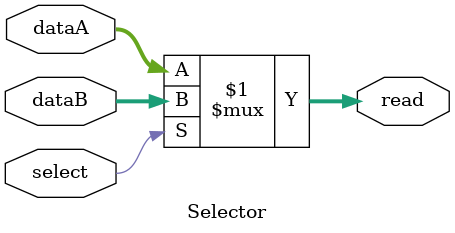
<source format=v>
module Selector #(parameter WIDTH = 8)
(
  input wire          select,
  input wire  [WIDTH-1 : 0] dataA,
  input wire  [WIDTH-1 : 0] dataB,
  output wire [WIDTH-1 : 0] read
);

assign read = (select) ? dataB : dataA;

endmodule
</source>
